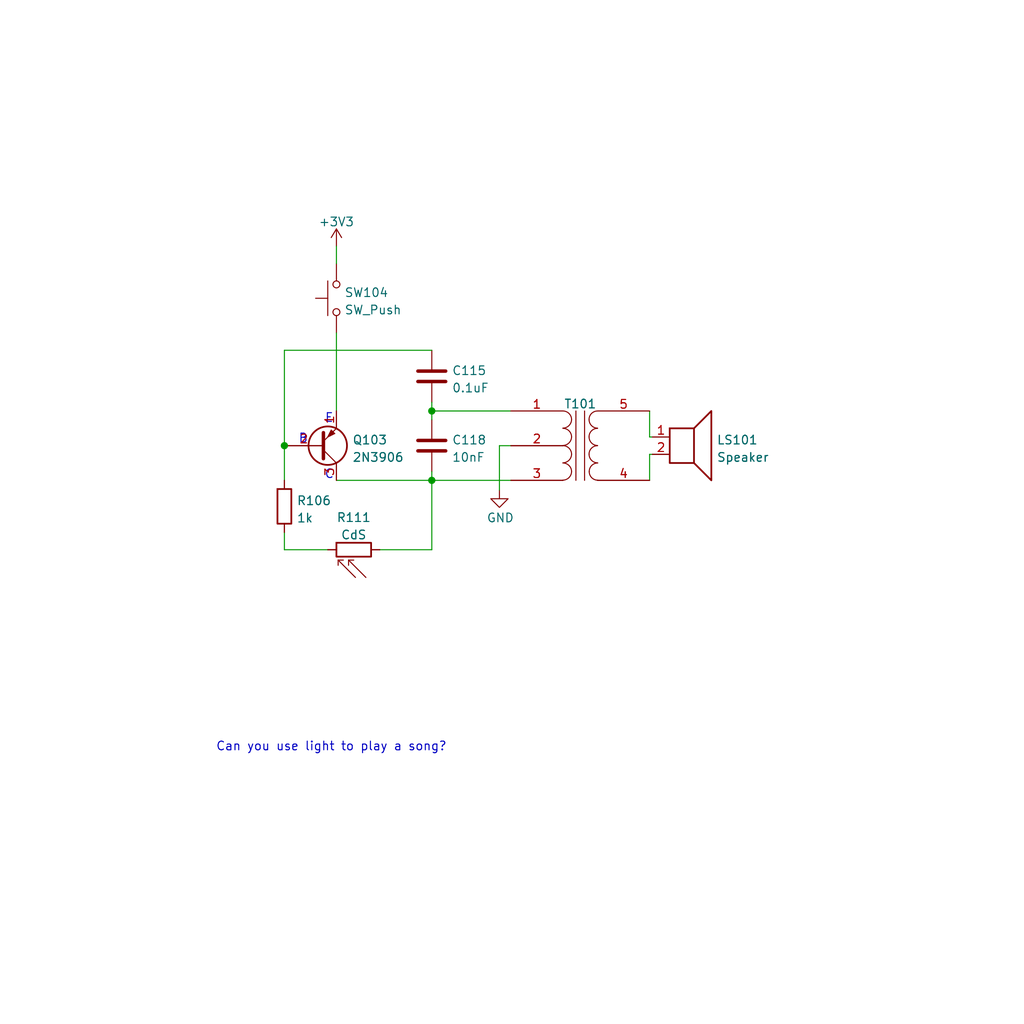
<source format=kicad_sch>
(kicad_sch (version 20211123) (generator eeschema)
  (paper "User" 150.012 150.012)
  (lib_symbols
    (symbol "Device:C" (pin_numbers hide) (pin_names (offset 0.254))
      (property "Reference" "C" (at 0.635 2.54 0))
      (property "Value" "C" (at 0.635 -2.54 0))
      (symbol "C_0_1"
        (polyline (pts (xy -2.032 -0.762) (xy 2.032 -0.762)) (stroke (width 0.508)))
        (polyline (pts (xy -2.032 0.762) (xy 2.032 0.762)) (stroke (width 0.508)))
      )
      (symbol "C_1_1"
        (pin passive line (at 0 3.81 270) (length 2.794) (name "~") (number "1"))
        (pin passive line (at 0 -3.81 90) (length 2.794) (name "~") (number "2"))
      )
    )
    (symbol "Device:R" (pin_numbers hide) (pin_names (offset 0))
      (property "Reference" "R" (at 2.032 0 90))
      (property "Value" "R" (at 0 0 90))
      (symbol "R_0_1"
        (rectangle (start -1.016 -2.54) (end 1.016 2.54) (stroke (width 0.254)))
      )
      (symbol "R_1_1"
        (pin passive line (at 0 3.81 270) (length 1.27) (name "~") (number "1"))
        (pin passive line (at 0 -3.81 90) (length 1.27) (name "~") (number "2"))
      )
    )
    (symbol "Device:R_Photo" (pin_numbers hide) (pin_names (offset 0))
      (property "Reference" "R" (at 1.27 1.27 0))
      (property "Value" "R_Photo" (at 1.27 0 0))
      (symbol "R_Photo_0_1"
        (rectangle (start -1.016 2.54) (end 1.016 -2.54) (stroke (width 0.254)))
        (polyline (pts (xy -1.524 -2.286) (xy -4.064 0.254)))
        (polyline (pts (xy -1.524 -2.286) (xy -2.286 -2.286)))
        (polyline (pts (xy -1.524 -2.286) (xy -1.524 -1.524)))
        (polyline (pts (xy -1.524 -0.762) (xy -4.064 1.778)))
        (polyline (pts (xy -1.524 -0.762) (xy -2.286 -0.762)))
        (polyline (pts (xy -1.524 -0.762) (xy -1.524 0)))
      )
      (symbol "R_Photo_1_1"
        (pin passive line (at 0 3.81 270) (length 1.27) (name "~") (number "1"))
        (pin passive line (at 0 -3.81 90) (length 1.27) (name "~") (number "2"))
      )
    )
    (symbol "Device:Speaker" (pin_names (offset 0) hide)
      (property "Reference" "LS" (at 1.27 5.715 0))
      (property "Value" "Speaker" (at 1.27 3.81 0))
      (symbol "Speaker_0_0"
        (rectangle (start -2.54 1.27) (end 1.016 -3.81) (stroke (width 0.254)))
        (polyline (pts (xy 1.016 1.27) (xy 3.556 3.81) (xy 3.556 -6.35) (xy 1.016 -3.81)) (stroke (width 0.254)))
      )
      (symbol "Speaker_1_1"
        (pin input line (at -5.08 0 0) (length 2.54) (name "1") (number "1"))
        (pin input line (at -5.08 -2.54 0) (length 2.54) (name "2") (number "2"))
      )
    )
    (symbol "Device:Transformer_SP_1S" (pin_names (offset 1.016) hide)
      (property "Reference" "T" (at 0 6.35 0))
      (property "Value" "Transformer_SP_1S" (at 0 -7.62 0))
      (symbol "Transformer_SP_1S_0_1"
        (arc (start -2.54 -5.0546) (mid -1.6599 -4.6901) (end -1.27 -3.81))
        (arc (start -2.54 -2.5146) (mid -1.6599 -2.1501) (end -1.27 -1.27))
        (arc (start -2.54 0.0254) (mid -1.6599 0.3899) (end -1.27 1.27))
        (arc (start -2.54 2.5654) (mid -1.6599 2.9299) (end -1.27 3.81))
        (arc (start -1.27 -3.81) (mid -1.642 -2.912) (end -2.54 -2.54))
        (arc (start -1.27 -1.27) (mid -1.642 -0.372) (end -2.54 0))
        (arc (start -1.27 1.27) (mid -1.642 2.168) (end -2.54 2.54))
        (arc (start -1.27 3.81) (mid -1.642 4.708) (end -2.54 5.08))
        (polyline (pts (xy -0.635 5.08) (xy -0.635 -5.08)))
        (polyline (pts (xy 0.635 -5.08) (xy 0.635 5.08)))
        (arc (start 1.2954 -1.27) (mid 1.6599 -2.1501) (end 2.54 -2.5146))
        (arc (start 1.2954 1.27) (mid 1.6599 0.3899) (end 2.54 0.0254))
        (arc (start 1.2954 3.81) (mid 1.6599 2.9299) (end 2.54 2.5654))
        (arc (start 1.3208 -3.81) (mid 1.6853 -4.6901) (end 2.5654 -5.0546))
        (arc (start 2.54 0) (mid 1.642 -0.372) (end 1.2954 -1.27))
        (arc (start 2.54 2.54) (mid 1.642 2.168) (end 1.2954 1.27))
        (arc (start 2.54 5.08) (mid 1.642 4.708) (end 1.2954 3.81))
        (arc (start 2.5654 -2.54) (mid 1.6674 -2.912) (end 1.3208 -3.81))
      )
      (symbol "Transformer_SP_1S_1_1"
        (pin passive line (at -10.16 5.08 0) (length 7.62) (name "PR1") (number "1"))
        (pin passive line (at -10.16 0 0) (length 7.62) (name "PM") (number "2"))
        (pin passive line (at -10.16 -5.08 0) (length 7.62) (name "PR2") (number "3"))
        (pin passive line (at 10.16 -5.08 180) (length 7.62) (name "S1") (number "4"))
        (pin passive line (at 10.16 5.08 180) (length 7.62) (name "S2") (number "5"))
      )
    )
    (symbol "Switch:SW_Push" (pin_numbers hide) (pin_names (offset 1.016) hide)
      (property "Reference" "SW" (at 1.27 2.54 0))
      (property "Value" "SW_Push" (at 0 -1.524 0))
      (symbol "SW_Push_0_1"
        (circle (center -2.032 0) (radius 0.508))
        (polyline (pts (xy 0 1.27) (xy 0 3.048)))
        (polyline (pts (xy 2.54 1.27) (xy -2.54 1.27)))
        (circle (center 2.032 0) (radius 0.508))
        (pin passive line (at -5.08 0 0) (length 2.54) (name "1") (number "1"))
        (pin passive line (at 5.08 0 180) (length 2.54) (name "2") (number "2"))
      )
    )
    (symbol "Transistor_BJT:2N3906" (pin_names (offset 0) hide)
      (property "Reference" "Q" (at 5.08 1.905 0))
      (property "Value" "2N3906" (at 5.08 0 0))
      (symbol "2N3906_0_1"
        (polyline (pts (xy 0.635 0.635) (xy 2.54 2.54)))
        (polyline (pts (xy 0.635 -0.635) (xy 2.54 -2.54) (xy 2.54 -2.54)))
        (polyline (pts (xy 0.635 1.905) (xy 0.635 -1.905) (xy 0.635 -1.905)) (stroke (width 0.508)))
        (polyline (pts (xy 2.286 -1.778) (xy 1.778 -2.286) (xy 1.27 -1.27) (xy 2.286 -1.778) (xy 2.286 -1.778)) (fill (type outline)))
        (circle (center 1.27 0) (radius 2.8194) (stroke (width 0.254)))
      )
      (symbol "2N3906_1_1"
        (pin passive line (at 2.54 -5.08 90) (length 2.54) (name "E") (number "1"))
        (pin input line (at -5.08 0 0) (length 5.715) (name "B") (number "2"))
        (pin passive line (at 2.54 5.08 270) (length 2.54) (name "C") (number "3"))
      )
    )
    (symbol "power:+3V3" (power) (pin_names (offset 0))
      (property "Value" "+3V3" (at 0 3.556 0))
      (symbol "+3V3_0_1"
        (polyline (pts (xy -0.762 1.27) (xy 0 2.54)))
        (polyline (pts (xy 0 0) (xy 0 2.54)))
        (polyline (pts (xy 0 2.54) (xy 0.762 1.27)))
      )
      (symbol "+3V3_1_1"
        (pin power_in line (at 0 0 90) (length 0) hide (name "+3V3") (number "1"))
      )
    )
    (symbol "power:GND" (power) (pin_names (offset 0))
      (property "Value" "GND" (at 0 -3.81 0))
      (symbol "GND_0_1"
        (polyline (pts (xy 0 0) (xy 0 -1.27) (xy 1.27 -1.27) (xy 0 -2.54) (xy -1.27 -1.27) (xy 0 -1.27)))
      )
      (symbol "GND_1_1"
        (pin power_in line (at 0 0 270) (length 0) hide (name "GND") (number "1"))
      )
    )
  )
  (junction (at 41.656 65.278))
  (junction (at 63.246 70.358))
  (junction (at 63.246 60.198))
  (wire (pts (xy 49.276 70.358) (xy 63.246 70.358)))
  (wire (pts (xy 41.656 80.518) (xy 48.006 80.518)))
  (wire (pts (xy 95.1484 64.008) (xy 95.1484 60.198)))
  (wire (pts (xy 73.152 65.278) (xy 73.152 71.7804)))
  (wire (pts (xy 41.656 77.978) (xy 41.656 80.518)))
  (wire (pts (xy 49.276 38.608) (xy 49.276 36.068)))
  (wire (pts (xy 41.656 70.358) (xy 41.656 65.278)))
  (wire (pts (xy 49.276 60.198) (xy 49.276 48.768)))
  (wire (pts (xy 95.5548 64.008) (xy 95.1484 64.008)))
  (wire (pts (xy 63.246 70.358) (xy 74.8284 70.358)))
  (wire (pts (xy 63.246 51.308) (xy 41.656 51.308)))
  (wire (pts (xy 63.246 80.518) (xy 63.246 70.358)))
  (wire (pts (xy 63.246 70.358) (xy 63.246 69.088)))
  (wire (pts (xy 41.656 51.308) (xy 41.656 65.278)))
  (wire (pts (xy 63.246 60.198) (xy 63.246 61.468)))
  (wire (pts (xy 55.626 80.518) (xy 63.246 80.518)))
  (wire (pts (xy 95.1484 70.358) (xy 95.1484 66.548)))
  (wire (pts (xy 73.152 65.278) (xy 74.8284 65.278)))
  (wire (pts (xy 95.1484 66.548) (xy 95.5548 66.548)))
  (wire (pts (xy 63.246 60.198) (xy 63.246 58.928)))
  (wire (pts (xy 74.8284 60.198) (xy 63.246 60.198)))
  (text "B" (at 43.688 65.1256 0) (effects (font (size 1.27 1.27)) (justify left bottom)))
  (text "C" (at 47.498 70.358 0) (effects (font (size 1.27 1.27)) (justify left bottom)))
  (text "Can you use light to play a song?" (at 31.5976 110.236 0) (effects (font (size 1.27 1.27)) (justify left bottom)))
  (text "E" (at 47.5488 62.1284 0) (effects (font (size 1.27 1.27)) (justify left bottom)))
  (symbol (lib_id "power:GND") (at 73.152 71.7804 0) (mirror y) (unit 1)
    (property "Reference" "#PWR020" (effects hide))
    (property "Value" "GND" (at 75.3364 75.8444 0) (effects (justify left)))
  )
  (symbol (lib_id "Transistor_BJT:2N3906") (at 46.736 65.278 0) (mirror x) (unit 1)
    (property "Reference" "Q103" (at 51.5874 64.4433 0) (effects (justify left)))
    (property "Value" "2N3906" (at 51.5874 66.9802 0) (effects (justify left)))
    (property "Footprint" "Package_TO_SOT_THT:TO-92_Inline" (effects hide))
    (property "Datasheet" "https://www.onsemi.com/pub/Collateral/2N3906-D.PDF" (effects hide))
  )
  (symbol (lib_id "Device:Transformer_SP_1S") (at 84.9884 65.278 0) (unit 1)
    (property "Reference" "T101" (at 85.0011 59.162 0))
    (property "Value" "Transformer_SP_1S" (effects hide))
  )
  (symbol (lib_id "Device:C") (at 63.246 55.118 0) (unit 1)
    (property "Reference" "C115" (at 66.167 54.2833 0) (effects (justify left)))
    (property "Value" "0.1uF" (at 66.167 56.8202 0) (effects (justify left)))
  )
  (symbol (lib_id "Device:R") (at 41.656 74.168 0) (unit 1)
    (property "Reference" "R106" (at 43.434 73.3333 0) (effects (justify left)))
    (property "Value" "1k" (at 43.434 75.8702 0) (effects (justify left)))
  )
  (symbol (lib_id "Device:C") (at 63.246 65.278 0) (unit 1)
    (property "Reference" "C118" (at 66.167 64.4433 0) (effects (justify left)))
    (property "Value" "10nF" (at 66.167 66.9802 0) (effects (justify left)))
  )
  (symbol (lib_id "Switch:SW_Push") (at 49.276 43.688 90) (mirror x) (unit 1)
    (property "Reference" "SW104" (at 50.419 42.8533 90) (effects (justify right)))
    (property "Value" "SW_Push" (at 50.419 45.3902 90) (effects (justify right)))
  )
  (symbol (lib_id "power:+3V3") (at 49.276 36.068 0) (unit 1)
    (property "Reference" "#PWR?" (effects hide))
    (property "Value" "+3V3" (at 49.276 32.4922 0))
  )
  (symbol (lib_id "Device:R_Photo") (at 51.816 80.518 270) (mirror x) (unit 1)
    (property "Reference" "R111" (at 51.816 75.8022 90))
    (property "Value" "CdS" (at 51.816 78.3391 90))
  )
  (symbol (lib_id "Device:Speaker") (at 100.6348 64.008 0) (unit 1)
    (property "Reference" "LS101" (at 104.9528 64.4433 0) (effects (justify left)))
    (property "Value" "Speaker" (at 104.9528 66.9802 0) (effects (justify left)))
  )
)
</source>
